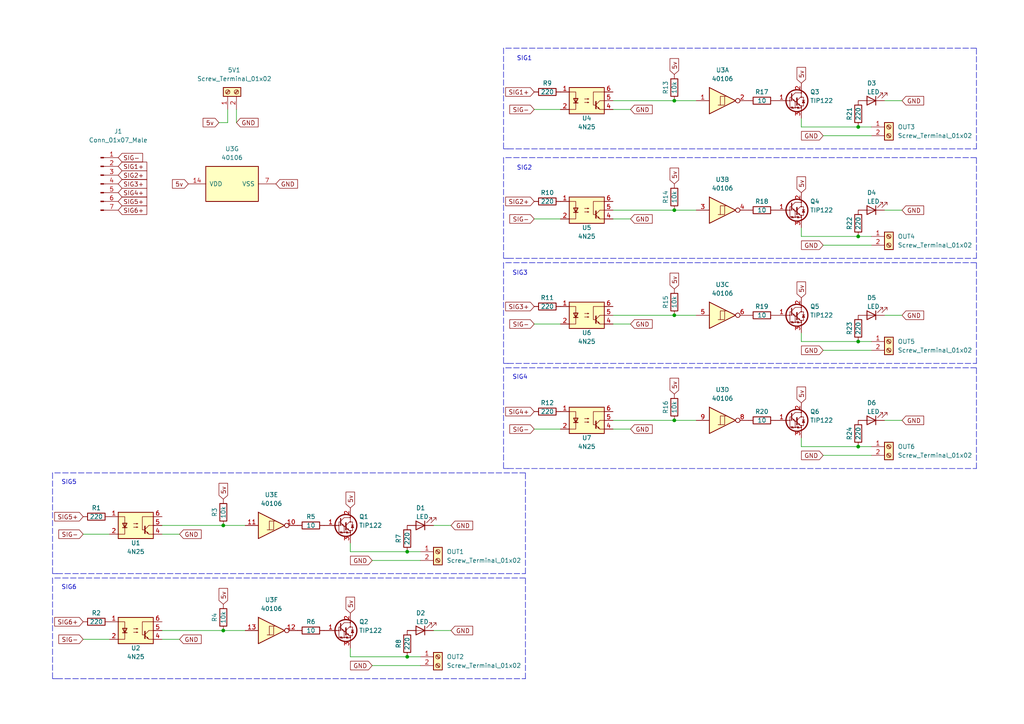
<source format=kicad_sch>
(kicad_sch (version 20211123) (generator eeschema)
  (paper "A4")
  (lib_symbols
    (symbol "4xxx:40106" (pin_names (offset 1.016))
      (property "Reference" "U" (at 0 1.27 0))
      (property "Value" "40106" (at 0 -1.27 0))
      (symbol "40106_1_0"
        (polyline (pts (xy -0.635 -1.27) (xy -0.635 1.27) (xy 0.635 1.27)))
        (polyline (pts (xy -3.81 3.81) (xy -3.81 -3.81) (xy 3.81 0) (xy -3.81 3.81)) (stroke (width 0.254)) (fill (type background)))
        (polyline (pts (xy -1.27 -1.27) (xy 0.635 -1.27) (xy 0.635 1.27) (xy 1.27 1.27)))
        (pin input line (at -7.62 0 0) (length 3.81) (name "~") (number "1"))
        (pin output inverted (at 7.62 0 180) (length 3.81) (name "~") (number "2"))
      )
      (symbol "40106_2_0"
        (polyline (pts (xy -0.635 -1.27) (xy -0.635 1.27) (xy 0.635 1.27)))
        (polyline (pts (xy -3.81 3.81) (xy -3.81 -3.81) (xy 3.81 0) (xy -3.81 3.81)) (stroke (width 0.254)) (fill (type background)))
        (polyline (pts (xy -1.27 -1.27) (xy 0.635 -1.27) (xy 0.635 1.27) (xy 1.27 1.27)))
        (pin input line (at -7.62 0 0) (length 3.81) (name "~") (number "3"))
        (pin output inverted (at 7.62 0 180) (length 3.81) (name "~") (number "4"))
      )
      (symbol "40106_3_0"
        (polyline (pts (xy -0.635 -1.27) (xy -0.635 1.27) (xy 0.635 1.27)))
        (polyline (pts (xy -3.81 3.81) (xy -3.81 -3.81) (xy 3.81 0) (xy -3.81 3.81)) (stroke (width 0.254)) (fill (type background)))
        (polyline (pts (xy -1.27 -1.27) (xy 0.635 -1.27) (xy 0.635 1.27) (xy 1.27 1.27)))
        (pin input line (at -7.62 0 0) (length 3.81) (name "~") (number "5"))
        (pin output inverted (at 7.62 0 180) (length 3.81) (name "~") (number "6"))
      )
      (symbol "40106_4_0"
        (polyline (pts (xy -0.635 -1.27) (xy -0.635 1.27) (xy 0.635 1.27)))
        (polyline (pts (xy -3.81 3.81) (xy -3.81 -3.81) (xy 3.81 0) (xy -3.81 3.81)) (stroke (width 0.254)) (fill (type background)))
        (polyline (pts (xy -1.27 -1.27) (xy 0.635 -1.27) (xy 0.635 1.27) (xy 1.27 1.27)))
        (pin output inverted (at 7.62 0 180) (length 3.81) (name "~") (number "8"))
        (pin input line (at -7.62 0 0) (length 3.81) (name "~") (number "9"))
      )
      (symbol "40106_5_0"
        (polyline (pts (xy -0.635 -1.27) (xy -0.635 1.27) (xy 0.635 1.27)))
        (polyline (pts (xy -3.81 3.81) (xy -3.81 -3.81) (xy 3.81 0) (xy -3.81 3.81)) (stroke (width 0.254)) (fill (type background)))
        (polyline (pts (xy -1.27 -1.27) (xy 0.635 -1.27) (xy 0.635 1.27) (xy 1.27 1.27)))
        (pin output inverted (at 7.62 0 180) (length 3.81) (name "~") (number "10"))
        (pin input line (at -7.62 0 0) (length 3.81) (name "~") (number "11"))
      )
      (symbol "40106_6_0"
        (polyline (pts (xy -0.635 -1.27) (xy -0.635 1.27) (xy 0.635 1.27)))
        (polyline (pts (xy -3.81 3.81) (xy -3.81 -3.81) (xy 3.81 0) (xy -3.81 3.81)) (stroke (width 0.254)) (fill (type background)))
        (polyline (pts (xy -1.27 -1.27) (xy 0.635 -1.27) (xy 0.635 1.27) (xy 1.27 1.27)))
        (pin output inverted (at 7.62 0 180) (length 3.81) (name "~") (number "12"))
        (pin input line (at -7.62 0 0) (length 3.81) (name "~") (number "13"))
      )
      (symbol "40106_7_0"
        (pin power_in line (at 0 12.7 270) (length 5.08) (name "VDD") (number "14"))
        (pin power_in line (at 0 -12.7 90) (length 5.08) (name "VSS") (number "7"))
      )
      (symbol "40106_7_1"
        (rectangle (start -5.08 7.62) (end 5.08 -7.62) (stroke (width 0.254)) (fill (type background)))
      )
    )
    (symbol "Connector:Conn_01x07_Male" (pin_names (offset 1.016) hide)
      (property "Reference" "J" (at 0 10.16 0))
      (property "Value" "Conn_01x07_Male" (at 0 -10.16 0))
      (symbol "Conn_01x07_Male_1_1"
        (polyline (pts (xy 1.27 -7.62) (xy 0.8636 -7.62)) (stroke (width 0.1524)))
        (polyline (pts (xy 1.27 -5.08) (xy 0.8636 -5.08)) (stroke (width 0.1524)))
        (polyline (pts (xy 1.27 -2.54) (xy 0.8636 -2.54)) (stroke (width 0.1524)))
        (polyline (pts (xy 1.27 0) (xy 0.8636 0)) (stroke (width 0.1524)))
        (polyline (pts (xy 1.27 2.54) (xy 0.8636 2.54)) (stroke (width 0.1524)))
        (polyline (pts (xy 1.27 5.08) (xy 0.8636 5.08)) (stroke (width 0.1524)))
        (polyline (pts (xy 1.27 7.62) (xy 0.8636 7.62)) (stroke (width 0.1524)))
        (rectangle (start 0.8636 -7.493) (end 0 -7.747) (stroke (width 0.1524)) (fill (type outline)))
        (rectangle (start 0.8636 -4.953) (end 0 -5.207) (stroke (width 0.1524)) (fill (type outline)))
        (rectangle (start 0.8636 -2.413) (end 0 -2.667) (stroke (width 0.1524)) (fill (type outline)))
        (rectangle (start 0.8636 0.127) (end 0 -0.127) (stroke (width 0.1524)) (fill (type outline)))
        (rectangle (start 0.8636 2.667) (end 0 2.413) (stroke (width 0.1524)) (fill (type outline)))
        (rectangle (start 0.8636 5.207) (end 0 4.953) (stroke (width 0.1524)) (fill (type outline)))
        (rectangle (start 0.8636 7.747) (end 0 7.493) (stroke (width 0.1524)) (fill (type outline)))
        (pin passive line (at 5.08 7.62 180) (length 3.81) (name "Pin_1") (number "1"))
        (pin passive line (at 5.08 5.08 180) (length 3.81) (name "Pin_2") (number "2"))
        (pin passive line (at 5.08 2.54 180) (length 3.81) (name "Pin_3") (number "3"))
        (pin passive line (at 5.08 0 180) (length 3.81) (name "Pin_4") (number "4"))
        (pin passive line (at 5.08 -2.54 180) (length 3.81) (name "Pin_5") (number "5"))
        (pin passive line (at 5.08 -5.08 180) (length 3.81) (name "Pin_6") (number "6"))
        (pin passive line (at 5.08 -7.62 180) (length 3.81) (name "Pin_7") (number "7"))
      )
    )
    (symbol "Connector:Screw_Terminal_01x02" (pin_names (offset 1.016) hide)
      (property "Reference" "J" (at 0 2.54 0))
      (property "Value" "Screw_Terminal_01x02" (at 0 -5.08 0))
      (symbol "Screw_Terminal_01x02_1_1"
        (rectangle (start -1.27 1.27) (end 1.27 -3.81) (stroke (width 0.254)) (fill (type background)))
        (circle (center 0 -2.54) (radius 0.635) (stroke (width 0.1524)))
        (polyline (pts (xy -0.5334 -2.2098) (xy 0.3302 -3.048)) (stroke (width 0.1524)))
        (polyline (pts (xy -0.5334 0.3302) (xy 0.3302 -0.508)) (stroke (width 0.1524)))
        (polyline (pts (xy -0.3556 -2.032) (xy 0.508 -2.8702)) (stroke (width 0.1524)))
        (polyline (pts (xy -0.3556 0.508) (xy 0.508 -0.3302)) (stroke (width 0.1524)))
        (circle (center 0 0) (radius 0.635) (stroke (width 0.1524)))
        (pin passive line (at -5.08 0 0) (length 3.81) (name "Pin_1") (number "1"))
        (pin passive line (at -5.08 -2.54 0) (length 3.81) (name "Pin_2") (number "2"))
      )
    )
    (symbol "Device:LED" (pin_numbers hide) (pin_names (offset 1.016) hide)
      (property "Reference" "D" (at 0 2.54 0))
      (property "Value" "LED" (at 0 -2.54 0))
      (symbol "LED_0_1"
        (polyline (pts (xy -1.27 -1.27) (xy -1.27 1.27)) (stroke (width 0.254)))
        (polyline (pts (xy -1.27 0) (xy 1.27 0)))
        (polyline (pts (xy 1.27 -1.27) (xy 1.27 1.27) (xy -1.27 0) (xy 1.27 -1.27)) (stroke (width 0.254)))
        (polyline (pts (xy -3.048 -0.762) (xy -4.572 -2.286) (xy -3.81 -2.286) (xy -4.572 -2.286) (xy -4.572 -1.524)))
        (polyline (pts (xy -1.778 -0.762) (xy -3.302 -2.286) (xy -2.54 -2.286) (xy -3.302 -2.286) (xy -3.302 -1.524)))
      )
      (symbol "LED_1_1"
        (pin passive line (at -3.81 0 0) (length 2.54) (name "K") (number "1"))
        (pin passive line (at 3.81 0 180) (length 2.54) (name "A") (number "2"))
      )
    )
    (symbol "Device:R" (pin_numbers hide) (pin_names (offset 0))
      (property "Reference" "R" (at 2.032 0 90))
      (property "Value" "R" (at 0 0 90))
      (symbol "R_0_1"
        (rectangle (start -1.016 -2.54) (end 1.016 2.54) (stroke (width 0.254)))
      )
      (symbol "R_1_1"
        (pin passive line (at 0 3.81 270) (length 1.27) (name "~") (number "1"))
        (pin passive line (at 0 -3.81 90) (length 1.27) (name "~") (number "2"))
      )
    )
    (symbol "Isolator:4N25" (pin_names (offset 1.016))
      (property "Reference" "U" (at -5.08 5.08 0))
      (property "Value" "4N25" (at 0 5.08 0))
      (symbol "4N25_0_1"
        (rectangle (start -5.08 3.81) (end 5.08 -3.81) (stroke (width 0.254)) (fill (type background)))
        (polyline (pts (xy -3.81 -0.635) (xy -2.54 -0.635)) (stroke (width 0.254)))
        (polyline (pts (xy 2.667 -1.397) (xy 3.81 -2.54)))
        (polyline (pts (xy 2.667 -1.143) (xy 3.81 0)))
        (polyline (pts (xy 3.81 -2.54) (xy 5.08 -2.54)))
        (polyline (pts (xy 3.81 0) (xy 5.08 0)))
        (polyline (pts (xy 2.667 -0.254) (xy 2.667 -2.286) (xy 2.667 -2.286)) (stroke (width 0.3556)))
        (polyline (pts (xy -5.08 -2.54) (xy -3.175 -2.54) (xy -3.175 2.54) (xy -5.08 2.54)))
        (polyline (pts (xy -3.175 -0.635) (xy -3.81 0.635) (xy -2.54 0.635) (xy -3.175 -0.635)) (stroke (width 0.254)))
        (polyline (pts (xy 3.683 -2.413) (xy 3.429 -1.905) (xy 3.175 -2.159) (xy 3.683 -2.413)))
        (polyline (pts (xy 5.08 2.54) (xy 1.905 2.54) (xy 1.905 -1.27) (xy 2.54 -1.27)))
        (polyline (pts (xy -0.635 -0.508) (xy 0.635 -0.508) (xy 0.254 -0.635) (xy 0.254 -0.381) (xy 0.635 -0.508)))
        (polyline (pts (xy -0.635 0.508) (xy 0.635 0.508) (xy 0.254 0.381) (xy 0.254 0.635) (xy 0.635 0.508)))
      )
      (symbol "4N25_1_1"
        (pin passive line (at -7.62 2.54 0) (length 2.54) (name "~") (number "1"))
        (pin passive line (at -7.62 -2.54 0) (length 2.54) (name "~") (number "2"))
        (pin no_connect line (at -5.08 0 0) (length 2.54) hide (name "NC") (number "3"))
        (pin passive line (at 7.62 -2.54 180) (length 2.54) (name "~") (number "4"))
        (pin passive line (at 7.62 0 180) (length 2.54) (name "~") (number "5"))
        (pin passive line (at 7.62 2.54 180) (length 2.54) (name "~") (number "6"))
      )
    )
    (symbol "Transistor_BJT:TIP122" (pin_names (offset 0) hide)
      (property "Reference" "Q" (at 5.08 1.905 0))
      (property "Value" "TIP122" (at 5.08 0 0))
      (symbol "TIP122_0_1"
        (circle (center -0.762 0) (radius 0.127))
        (polyline (pts (xy -1.27 0) (xy -0.889 0)))
        (polyline (pts (xy 2.54 -2.032) (xy 2.54 -2.54)))
        (polyline (pts (xy 2.54 -1.524) (xy 3.175 -1.524)))
        (polyline (pts (xy 2.794 0.127) (xy 3.556 0.127)))
        (polyline (pts (xy 3.175 -0.635) (xy 3.175 -1.524)))
        (polyline (pts (xy 3.175 1.016) (xy 2.54 1.016)))
        (polyline (pts (xy 3.175 1.016) (xy 3.175 0.127)))
        (polyline (pts (xy -0.254 0.762) (xy 0.762 -0.254) (xy 1.27 -0.254)))
        (polyline (pts (xy -0.254 1.016) (xy -0.762 1.016) (xy -0.762 -2.032)))
        (polyline (pts (xy -0.254 1.27) (xy 0.762 2.286) (xy 2.54 2.286)))
        (polyline (pts (xy -0.254 2.032) (xy -0.254 0) (xy -0.254 0)) (stroke (width 0.3048)))
        (polyline (pts (xy 1.27 0.762) (xy 1.27 -1.27) (xy 1.27 -1.27)) (stroke (width 0.381)))
        (polyline (pts (xy 0.635 -0.127) (xy 0.381 0.381) (xy 0.127 0.127) (xy 0.635 -0.127)))
        (polyline (pts (xy 1.27 -0.508) (xy 2.286 -1.524) (xy 2.54 -1.524) (xy 2.54 -2.032)))
        (polyline (pts (xy 1.27 0) (xy 2.286 1.016) (xy 2.54 1.016) (xy 2.54 2.286)))
        (polyline (pts (xy 2.159 -1.397) (xy 1.905 -0.889) (xy 1.651 -1.143) (xy 2.159 -1.397)))
        (polyline (pts (xy 3.175 0.127) (xy 2.794 -0.635) (xy 3.556 -0.635) (xy 3.175 0.127)) (fill (type outline)))
        (polyline (pts (xy 0.762 -2.032) (xy 0.381 -2.032) (xy 0.254 -2.286) (xy 0.127 -1.778) (xy 0 -2.286) (xy -0.127 -1.778) (xy -0.254 -2.286) (xy -0.381 -1.778) (xy -0.508 -2.032) (xy -0.762 -2.032)))
        (polyline (pts (xy 0.762 -0.254) (xy 0.762 -2.032) (xy 1.143 -2.032) (xy 1.27 -1.778) (xy 1.397 -2.286) (xy 1.524 -1.778) (xy 1.651 -2.286) (xy 1.778 -1.778) (xy 1.905 -2.286) (xy 2.032 -2.032) (xy 2.54 -2.032)))
        (circle (center 0.762 -2.032) (radius 0.127))
        (circle (center 0.762 -0.254) (radius 0.127))
        (circle (center 1.27 0) (radius 3.175) (stroke (width 0.3556)))
        (circle (center 2.54 -2.032) (radius 0.127))
        (circle (center 2.54 -1.524) (radius 0.127))
        (circle (center 2.54 1.016) (radius 0.127))
        (circle (center 2.54 2.286) (radius 0.127))
      )
      (symbol "TIP122_1_1"
        (pin input line (at -5.08 0 0) (length 3.81) (name "B") (number "1"))
        (pin passive line (at 2.54 5.08 270) (length 2.667) (name "C") (number "2"))
        (pin passive line (at 2.54 -5.08 90) (length 2.54) (name "E") (number "3"))
      )
    )
  )
  (junction (at 248.92 129.54))
  (junction (at 195.58 60.96))
  (junction (at 248.92 36.83))
  (junction (at 248.92 68.58))
  (junction (at 248.92 99.06))
  (junction (at 64.77 152.4))
  (junction (at 195.58 91.44))
  (junction (at 195.58 121.92))
  (junction (at 64.77 182.88))
  (junction (at 118.11 160.02))
  (junction (at 195.58 29.21))
  (junction (at 118.11 190.5))
  (wire (pts (xy 256.54 121.92) (xy 261.62 121.92)))
  (polyline (pts (xy 283.21 135.89) (xy 283.21 106.68)))
  (polyline (pts (xy 146.05 45.72) (xy 146.05 74.93)))
  (wire (pts (xy 248.92 99.06) (xy 232.41 99.06)))
  (wire (pts (xy 101.6 190.5) (xy 101.6 187.96)))
  (polyline (pts (xy 147.32 74.93) (xy 283.21 74.93)))
  (wire (pts (xy 125.73 182.88) (xy 130.81 182.88)))
  (wire (pts (xy 195.58 29.21) (xy 201.93 29.21)))
  (polyline (pts (xy 283.21 105.41) (xy 283.21 76.2)))
  (wire (pts (xy 154.94 93.98) (xy 162.56 93.98)))
  (wire (pts (xy 121.92 160.02) (xy 118.11 160.02)))
  (wire (pts (xy 64.77 182.88) (xy 71.12 182.88)))
  (wire (pts (xy 46.99 152.4) (xy 64.77 152.4)))
  (polyline (pts (xy 146.05 74.93) (xy 147.32 74.93)))
  (wire (pts (xy 252.73 129.54) (xy 248.92 129.54)))
  (polyline (pts (xy 283.21 45.72) (xy 146.05 45.72)))
  (wire (pts (xy 63.5 35.56) (xy 66.04 35.56)))
  (polyline (pts (xy 146.05 106.68) (xy 146.05 135.89)))
  (polyline (pts (xy 152.4 166.37) (xy 152.4 137.16)))
  (wire (pts (xy 177.8 93.98) (xy 182.88 93.98)))
  (wire (pts (xy 238.76 39.37) (xy 252.73 39.37)))
  (wire (pts (xy 177.8 91.44) (xy 195.58 91.44)))
  (wire (pts (xy 46.99 182.88) (xy 64.77 182.88)))
  (polyline (pts (xy 283.21 43.18) (xy 283.21 13.97)))
  (wire (pts (xy 107.95 193.04) (xy 121.92 193.04)))
  (polyline (pts (xy 15.24 137.16) (xy 15.24 166.37)))
  (wire (pts (xy 252.73 68.58) (xy 248.92 68.58)))
  (polyline (pts (xy 15.24 166.37) (xy 16.51 166.37)))
  (polyline (pts (xy 152.4 167.64) (xy 15.24 167.64)))
  (wire (pts (xy 238.76 71.12) (xy 252.73 71.12)))
  (wire (pts (xy 177.8 31.75) (xy 182.88 31.75)))
  (polyline (pts (xy 147.32 105.41) (xy 283.21 105.41)))
  (polyline (pts (xy 147.32 43.18) (xy 283.21 43.18)))
  (wire (pts (xy 101.6 160.02) (xy 101.6 157.48)))
  (polyline (pts (xy 283.21 76.2) (xy 146.05 76.2)))
  (wire (pts (xy 238.76 101.6) (xy 252.73 101.6)))
  (wire (pts (xy 195.58 91.44) (xy 201.93 91.44)))
  (wire (pts (xy 46.99 185.42) (xy 52.07 185.42)))
  (wire (pts (xy 248.92 68.58) (xy 232.41 68.58)))
  (wire (pts (xy 177.8 124.46) (xy 182.88 124.46)))
  (wire (pts (xy 177.8 63.5) (xy 182.88 63.5)))
  (wire (pts (xy 256.54 60.96) (xy 261.62 60.96)))
  (polyline (pts (xy 147.32 135.89) (xy 283.21 135.89)))
  (wire (pts (xy 24.13 185.42) (xy 31.75 185.42)))
  (wire (pts (xy 248.92 36.83) (xy 232.41 36.83)))
  (polyline (pts (xy 146.05 105.41) (xy 147.32 105.41)))
  (wire (pts (xy 232.41 68.58) (xy 232.41 66.04)))
  (wire (pts (xy 154.94 63.5) (xy 162.56 63.5)))
  (polyline (pts (xy 283.21 13.97) (xy 146.05 13.97)))
  (wire (pts (xy 66.04 31.75) (xy 66.04 35.56)))
  (polyline (pts (xy 283.21 106.68) (xy 146.05 106.68)))
  (polyline (pts (xy 146.05 43.18) (xy 147.32 43.18)))
  (wire (pts (xy 154.94 124.46) (xy 162.56 124.46)))
  (wire (pts (xy 256.54 29.21) (xy 261.62 29.21)))
  (wire (pts (xy 238.76 132.08) (xy 252.73 132.08)))
  (wire (pts (xy 177.8 29.21) (xy 195.58 29.21)))
  (polyline (pts (xy 283.21 74.93) (xy 283.21 45.72)))
  (wire (pts (xy 256.54 91.44) (xy 261.62 91.44)))
  (wire (pts (xy 107.95 162.56) (xy 121.92 162.56)))
  (polyline (pts (xy 146.05 135.89) (xy 147.32 135.89)))
  (polyline (pts (xy 152.4 196.85) (xy 152.4 167.64)))
  (wire (pts (xy 118.11 190.5) (xy 101.6 190.5)))
  (wire (pts (xy 118.11 160.02) (xy 101.6 160.02)))
  (wire (pts (xy 177.8 121.92) (xy 195.58 121.92)))
  (polyline (pts (xy 15.24 196.85) (xy 16.51 196.85)))
  (wire (pts (xy 24.13 154.94) (xy 31.75 154.94)))
  (polyline (pts (xy 16.51 166.37) (xy 152.4 166.37)))
  (wire (pts (xy 232.41 99.06) (xy 232.41 96.52)))
  (polyline (pts (xy 146.05 13.97) (xy 146.05 43.18)))
  (polyline (pts (xy 15.24 167.64) (xy 15.24 196.85)))
  (wire (pts (xy 252.73 99.06) (xy 248.92 99.06)))
  (wire (pts (xy 64.77 152.4) (xy 71.12 152.4)))
  (polyline (pts (xy 16.51 196.85) (xy 152.4 196.85)))
  (wire (pts (xy 232.41 36.83) (xy 232.41 34.29)))
  (wire (pts (xy 252.73 36.83) (xy 248.92 36.83)))
  (wire (pts (xy 195.58 121.92) (xy 201.93 121.92)))
  (wire (pts (xy 125.73 152.4) (xy 130.81 152.4)))
  (wire (pts (xy 121.92 190.5) (xy 118.11 190.5)))
  (polyline (pts (xy 152.4 137.16) (xy 15.24 137.16)))
  (wire (pts (xy 68.58 35.56) (xy 68.58 31.75)))
  (polyline (pts (xy 146.05 76.2) (xy 146.05 105.41)))
  (wire (pts (xy 248.92 129.54) (xy 232.41 129.54)))
  (wire (pts (xy 177.8 60.96) (xy 195.58 60.96)))
  (wire (pts (xy 232.41 129.54) (xy 232.41 127)))
  (wire (pts (xy 46.99 154.94) (xy 52.07 154.94)))
  (wire (pts (xy 154.94 31.75) (xy 162.56 31.75)))
  (wire (pts (xy 195.58 60.96) (xy 201.93 60.96)))
  (text "SIG2\n" (at 149.86 49.53 0) (effects (font (size 1.27 1.27)) (justify left bottom)))
  (text "SIG3\n" (at 148.59 80.01 0) (effects (font (size 1.27 1.27)) (justify left bottom)))
  (text "SIG1" (at 149.86 17.78 0) (effects (font (size 1.27 1.27)) (justify left bottom)))
  (text "SIG4\n\n\n" (at 148.59 114.3 0) (effects (font (size 1.27 1.27)) (justify left bottom)))
  (text "SIG6\n\n\n" (at 17.78 175.26 0) (effects (font (size 1.27 1.27)) (justify left bottom)))
  (text "SIG5\n\n\n" (at 17.78 144.78 0) (effects (font (size 1.27 1.27)) (justify left bottom)))
  (global_label "SIG-" (shape input) (at 154.94 93.98 180) (property "Intersheet References" "${INTERSHEET_REFS}" (effects hide)))
  (global_label "5v" (shape input) (at 195.58 114.3 90) (property "Intersheet References" "${INTERSHEET_REFS}" (effects hide)))
  (global_label "SIG4+" (shape input) (at 154.94 119.38 180) (property "Intersheet References" "${INTERSHEET_REFS}" (effects hide)))
  (global_label "GND" (shape input) (at 68.58 35.56 0) (property "Intersheet References" "${INTERSHEET_REFS}" (effects hide)))
  (global_label "SIG5+" (shape input) (at 24.13 149.86 180) (property "Intersheet References" "${INTERSHEET_REFS}" (effects hide)))
  (global_label "GND" (shape input) (at 238.76 71.12 180) (property "Intersheet References" "${INTERSHEET_REFS}" (effects hide)))
  (global_label "5v" (shape input) (at 195.58 53.34 90) (property "Intersheet References" "${INTERSHEET_REFS}" (effects hide)))
  (global_label "GND" (shape input) (at 130.81 182.88 0) (property "Intersheet References" "${INTERSHEET_REFS}" (effects hide)))
  (global_label "SIG-" (shape input) (at 34.29 45.72 0) (property "Intersheet References" "${INTERSHEET_REFS}" (effects hide)))
  (global_label "GND" (shape input) (at 182.88 31.75 0) (property "Intersheet References" "${INTERSHEET_REFS}" (effects hide)))
  (global_label "SIG-" (shape input) (at 154.94 31.75 180) (property "Intersheet References" "${INTERSHEET_REFS}" (effects hide)))
  (global_label "GND" (shape input) (at 80.01 53.34 0) (property "Intersheet References" "${INTERSHEET_REFS}" (effects hide)))
  (global_label "SIG3+" (shape input) (at 154.94 88.9 180) (property "Intersheet References" "${INTERSHEET_REFS}" (effects hide)))
  (global_label "5v" (shape input) (at 64.77 175.26 90) (property "Intersheet References" "${INTERSHEET_REFS}" (effects hide)))
  (global_label "SIG-" (shape input) (at 154.94 124.46 180) (property "Intersheet References" "${INTERSHEET_REFS}" (effects hide)))
  (global_label "GND" (shape input) (at 52.07 185.42 0) (property "Intersheet References" "${INTERSHEET_REFS}" (effects hide)))
  (global_label "GND" (shape input) (at 182.88 93.98 0) (property "Intersheet References" "${INTERSHEET_REFS}" (effects hide)))
  (global_label "5v" (shape input) (at 54.61 53.34 180) (property "Intersheet References" "${INTERSHEET_REFS}" (effects hide)))
  (global_label "SIG4+" (shape input) (at 34.29 55.88 0) (property "Intersheet References" "${INTERSHEET_REFS}" (effects hide)))
  (global_label "5v" (shape input) (at 232.41 55.88 90) (property "Intersheet References" "${INTERSHEET_REFS}" (effects hide)))
  (global_label "GND" (shape input) (at 261.62 91.44 0) (property "Intersheet References" "${INTERSHEET_REFS}" (effects hide)))
  (global_label "5v" (shape input) (at 64.77 144.78 90) (property "Intersheet References" "${INTERSHEET_REFS}" (effects hide)))
  (global_label "SIG1+" (shape input) (at 34.29 48.26 0) (property "Intersheet References" "${INTERSHEET_REFS}" (effects hide)))
  (global_label "5v" (shape input) (at 232.41 24.13 90) (property "Intersheet References" "${INTERSHEET_REFS}" (effects hide)))
  (global_label "5v" (shape input) (at 232.41 116.84 90) (property "Intersheet References" "${INTERSHEET_REFS}" (effects hide)))
  (global_label "SIG-" (shape input) (at 24.13 185.42 180) (property "Intersheet References" "${INTERSHEET_REFS}" (effects hide)))
  (global_label "5v" (shape input) (at 101.6 177.8 90) (property "Intersheet References" "${INTERSHEET_REFS}" (effects hide)))
  (global_label "5v" (shape input) (at 232.41 86.36 90) (property "Intersheet References" "${INTERSHEET_REFS}" (effects hide)))
  (global_label "GND" (shape input) (at 107.95 162.56 180) (property "Intersheet References" "${INTERSHEET_REFS}" (effects hide)))
  (global_label "GND" (shape input) (at 238.76 101.6 180) (property "Intersheet References" "${INTERSHEET_REFS}" (effects hide)))
  (global_label "SIG5+" (shape input) (at 34.29 58.42 0) (property "Intersheet References" "${INTERSHEET_REFS}" (effects hide)))
  (global_label "5v" (shape input) (at 101.6 147.32 90) (property "Intersheet References" "${INTERSHEET_REFS}" (effects hide)))
  (global_label "5v" (shape input) (at 195.58 21.59 90) (property "Intersheet References" "${INTERSHEET_REFS}" (effects hide)))
  (global_label "SIG2+" (shape input) (at 34.29 50.8 0) (property "Intersheet References" "${INTERSHEET_REFS}" (effects hide)))
  (global_label "SIG-" (shape input) (at 24.13 154.94 180) (property "Intersheet References" "${INTERSHEET_REFS}" (effects hide)))
  (global_label "GND" (shape input) (at 261.62 29.21 0) (property "Intersheet References" "${INTERSHEET_REFS}" (effects hide)))
  (global_label "GND" (shape input) (at 130.81 152.4 0) (property "Intersheet References" "${INTERSHEET_REFS}" (effects hide)))
  (global_label "SIG2+" (shape input) (at 154.94 58.42 180) (property "Intersheet References" "${INTERSHEET_REFS}" (effects hide)))
  (global_label "GND" (shape input) (at 182.88 124.46 0) (property "Intersheet References" "${INTERSHEET_REFS}" (effects hide)))
  (global_label "GND" (shape input) (at 52.07 154.94 0) (property "Intersheet References" "${INTERSHEET_REFS}" (effects hide)))
  (global_label "GND" (shape input) (at 107.95 193.04 180) (property "Intersheet References" "${INTERSHEET_REFS}" (effects hide)))
  (global_label "SIG-" (shape input) (at 154.94 63.5 180) (property "Intersheet References" "${INTERSHEET_REFS}" (effects hide)))
  (global_label "5v" (shape input) (at 195.58 83.82 90) (property "Intersheet References" "${INTERSHEET_REFS}" (effects hide)))
  (global_label "5v" (shape input) (at 63.5 35.56 180) (property "Intersheet References" "${INTERSHEET_REFS}" (effects hide)))
  (global_label "GND" (shape input) (at 238.76 132.08 180) (property "Intersheet References" "${INTERSHEET_REFS}" (effects hide)))
  (global_label "SIG1+" (shape input) (at 154.94 26.67 180) (property "Intersheet References" "${INTERSHEET_REFS}" (effects hide)))
  (global_label "SIG3+" (shape input) (at 34.29 53.34 0) (property "Intersheet References" "${INTERSHEET_REFS}" (effects hide)))
  (global_label "GND" (shape input) (at 261.62 121.92 0) (property "Intersheet References" "${INTERSHEET_REFS}" (effects hide)))
  (global_label "GND" (shape input) (at 261.62 60.96 0) (property "Intersheet References" "${INTERSHEET_REFS}" (effects hide)))
  (global_label "GND" (shape input) (at 182.88 63.5 0) (property "Intersheet References" "${INTERSHEET_REFS}" (effects hide)))
  (global_label "GND" (shape input) (at 238.76 39.37 180) (property "Intersheet References" "${INTERSHEET_REFS}" (effects hide)))
  (global_label "SIG6+" (shape input) (at 24.13 180.34 180) (property "Intersheet References" "${INTERSHEET_REFS}" (effects hide)))
  (global_label "SIG6+" (shape input) (at 34.29 60.96 0) (property "Intersheet References" "${INTERSHEET_REFS}" (effects hide)))
  (symbol (lib_id "Device:R") (at 220.98 60.96 90) (unit 1)
    (property "Reference" "R18" (at 220.98 58.42 90))
    (property "Value" "10" (at 220.98 60.96 90))
    (property "Footprint" "Resistor_THT:R_Axial_DIN0204_L3.6mm_D1.6mm_P2.54mm_Vertical" (effects hide))
  )
  (symbol (lib_id "Device:LED") (at 121.92 152.4 180) (unit 1)
    (property "Reference" "D1" (at 120.65 147.32 0) (effects (justify right)))
    (property "Value" "LED" (at 120.65 149.86 0) (effects (justify right)))
    (property "Footprint" "LED_THT:LED_D3.0mm_Clear" (effects hide))
  )
  (symbol (lib_id "Device:R") (at 195.58 87.63 180) (unit 1)
    (property "Reference" "R15" (at 193.04 87.63 90))
    (property "Value" "10k" (at 195.58 87.63 90))
    (property "Footprint" "Resistor_THT:R_Axial_DIN0204_L3.6mm_D1.6mm_P2.54mm_Vertical" (effects hide))
  )
  (symbol (lib_id "Isolator:4N25") (at 170.18 29.21 0) (unit 1)
    (property "Reference" "U4" (at 170.18 34.29 0))
    (property "Value" "4N25" (at 170.18 36.83 0))
    (property "Footprint" "Package_DIP:DIP-6_W7.62mm" (effects hide))
    (property "Datasheet" "https://www.vishay.com/docs/83725/4n25.pdf" (effects hide))
  )
  (symbol (lib_id "Connector:Screw_Terminal_01x02") (at 257.81 129.54 0) (unit 1)
    (property "Reference" "OUT6" (at 260.35 129.5399 0) (effects (justify left)))
    (property "Value" "Screw_Terminal_01x02" (at 260.35 132.0799 0) (effects (justify left)))
    (property "Footprint" "TerminalBlock:TerminalBlock_Altech_AK300-2_P5.00mm" (effects hide))
  )
  (symbol (lib_id "Connector:Conn_01x07_Male") (at 29.21 53.34 0) (unit 1)
    (property "Reference" "J1" (at 34.29 38.1 0))
    (property "Value" "Conn_01x07_Male" (at 34.29 40.64 0))
    (property "Footprint" "Connector_PinHeader_2.54mm:PinHeader_1x07_P2.54mm_Vertical" (effects hide))
  )
  (symbol (lib_id "Device:R") (at 64.77 148.59 180) (unit 1)
    (property "Reference" "R3" (at 62.23 148.59 90))
    (property "Value" "10k" (at 64.77 148.59 90))
    (property "Footprint" "Resistor_THT:R_Axial_DIN0204_L3.6mm_D1.6mm_P2.54mm_Vertical" (effects hide))
  )
  (symbol (lib_id "Device:R") (at 220.98 91.44 90) (unit 1)
    (property "Reference" "R19" (at 220.98 88.9 90))
    (property "Value" "10" (at 220.98 91.44 90))
    (property "Footprint" "Resistor_THT:R_Axial_DIN0204_L3.6mm_D1.6mm_P2.54mm_Vertical" (effects hide))
  )
  (symbol (lib_id "Device:R") (at 248.92 125.73 0) (unit 1)
    (property "Reference" "R24" (at 246.38 125.73 90))
    (property "Value" "220" (at 248.92 125.73 90))
    (property "Footprint" "Resistor_THT:R_Axial_DIN0204_L3.6mm_D1.6mm_P2.54mm_Vertical" (effects hide))
  )
  (symbol (lib_id "Device:R") (at 195.58 57.15 180) (unit 1)
    (property "Reference" "R14" (at 193.04 57.15 90))
    (property "Value" "10k" (at 195.58 57.15 90))
    (property "Footprint" "Resistor_THT:R_Axial_DIN0204_L3.6mm_D1.6mm_P2.54mm_Vertical" (effects hide))
  )
  (symbol (lib_id "Device:R") (at 158.75 58.42 90) (unit 1)
    (property "Reference" "R10" (at 158.75 55.88 90))
    (property "Value" "220" (at 158.75 58.42 90))
    (property "Footprint" "Resistor_THT:R_Axial_DIN0204_L3.6mm_D1.6mm_P2.54mm_Vertical" (effects hide))
  )
  (symbol (lib_id "Connector:Screw_Terminal_01x02") (at 127 190.5 0) (unit 1)
    (property "Reference" "OUT2" (at 129.54 190.4999 0) (effects (justify left)))
    (property "Value" "Screw_Terminal_01x02" (at 129.54 193.0399 0) (effects (justify left)))
    (property "Footprint" "TerminalBlock:TerminalBlock_Altech_AK300-2_P5.00mm" (effects hide))
  )
  (symbol (lib_id "Device:R") (at 118.11 186.69 0) (unit 1)
    (property "Reference" "R8" (at 115.57 186.69 90))
    (property "Value" "220" (at 118.11 186.69 90))
    (property "Footprint" "Resistor_THT:R_Axial_DIN0204_L3.6mm_D1.6mm_P2.54mm_Vertical" (effects hide))
  )
  (symbol (lib_id "Device:R") (at 195.58 25.4 180) (unit 1)
    (property "Reference" "R13" (at 193.04 25.4 90))
    (property "Value" "10k" (at 195.58 25.4 90))
    (property "Footprint" "Resistor_THT:R_Axial_DIN0204_L3.6mm_D1.6mm_P2.54mm_Vertical" (effects hide))
  )
  (symbol (lib_id "Device:R") (at 158.75 88.9 90) (unit 1)
    (property "Reference" "R11" (at 158.75 86.36 90))
    (property "Value" "220" (at 158.75 88.9 90))
    (property "Footprint" "Resistor_THT:R_Axial_DIN0204_L3.6mm_D1.6mm_P2.54mm_Vertical" (effects hide))
  )
  (symbol (lib_id "Device:R") (at 27.94 180.34 90) (unit 1)
    (property "Reference" "R2" (at 27.94 177.8 90))
    (property "Value" "220" (at 27.94 180.34 90))
    (property "Footprint" "Resistor_THT:R_Axial_DIN0204_L3.6mm_D1.6mm_P2.54mm_Vertical" (effects hide))
  )
  (symbol (lib_id "Isolator:4N25") (at 39.37 182.88 0) (unit 1)
    (property "Reference" "U2" (at 39.37 187.96 0))
    (property "Value" "4N25" (at 39.37 190.5 0))
    (property "Footprint" "Package_DIP:DIP-6_W7.62mm" (effects hide))
    (property "Datasheet" "https://www.vishay.com/docs/83725/4n25.pdf" (effects hide))
  )
  (symbol (lib_id "4xxx:40106") (at 209.55 60.96 0) (unit 2)
    (property "Reference" "U3" (at 209.55 52.07 0))
    (property "Value" "40106" (at 209.55 54.61 0))
    (property "Footprint" "Package_DIP:DIP-14_W7.62mm" (effects hide))
    (property "Datasheet" "https://assets.nexperia.com/documents/data-sheet/HEF40106B.pdf" (effects hide))
  )
  (symbol (lib_id "Device:R") (at 220.98 121.92 90) (unit 1)
    (property "Reference" "R20" (at 220.98 119.38 90))
    (property "Value" "10" (at 220.98 121.92 90))
    (property "Footprint" "Resistor_THT:R_Axial_DIN0204_L3.6mm_D1.6mm_P2.54mm_Vertical" (effects hide))
  )
  (symbol (lib_id "Isolator:4N25") (at 170.18 121.92 0) (unit 1)
    (property "Reference" "U7" (at 170.18 127 0))
    (property "Value" "4N25" (at 170.18 129.54 0))
    (property "Footprint" "Package_DIP:DIP-6_W7.62mm" (effects hide))
    (property "Datasheet" "https://www.vishay.com/docs/83725/4n25.pdf" (effects hide))
  )
  (symbol (lib_id "Isolator:4N25") (at 170.18 60.96 0) (unit 1)
    (property "Reference" "U5" (at 170.18 66.04 0))
    (property "Value" "4N25" (at 170.18 68.58 0))
    (property "Footprint" "Package_DIP:DIP-6_W7.62mm" (effects hide))
    (property "Datasheet" "https://www.vishay.com/docs/83725/4n25.pdf" (effects hide))
  )
  (symbol (lib_id "Device:R") (at 118.11 156.21 0) (unit 1)
    (property "Reference" "R7" (at 115.57 156.21 90))
    (property "Value" "220" (at 118.11 156.21 90))
    (property "Footprint" "Resistor_THT:R_Axial_DIN0204_L3.6mm_D1.6mm_P2.54mm_Vertical" (effects hide))
  )
  (symbol (lib_id "Device:R") (at 27.94 149.86 90) (unit 1)
    (property "Reference" "R1" (at 27.94 147.32 90))
    (property "Value" "220" (at 27.94 149.86 90))
    (property "Footprint" "Resistor_THT:R_Axial_DIN0204_L3.6mm_D1.6mm_P2.54mm_Vertical" (effects hide))
  )
  (symbol (lib_id "4xxx:40106") (at 209.55 121.92 0) (unit 4)
    (property "Reference" "U3" (at 209.55 113.03 0))
    (property "Value" "40106" (at 209.55 115.57 0))
    (property "Footprint" "Package_DIP:DIP-14_W7.62mm" (effects hide))
    (property "Datasheet" "https://assets.nexperia.com/documents/data-sheet/HEF40106B.pdf" (effects hide))
  )
  (symbol (lib_id "Connector:Screw_Terminal_01x02") (at 66.04 26.67 90) (unit 1)
    (property "Reference" "5V1" (at 66.04 20.32 90) (effects (justify right)))
    (property "Value" "Screw_Terminal_01x02" (at 57.15 22.86 90) (effects (justify right)))
    (property "Footprint" "TerminalBlock:TerminalBlock_Altech_AK300-2_P5.00mm" (effects hide))
  )
  (symbol (lib_id "Isolator:4N25") (at 39.37 152.4 0) (unit 1)
    (property "Reference" "U1" (at 39.37 157.48 0))
    (property "Value" "4N25" (at 39.37 160.02 0))
    (property "Footprint" "Package_DIP:DIP-6_W7.62mm" (effects hide))
    (property "Datasheet" "https://www.vishay.com/docs/83725/4n25.pdf" (effects hide))
  )
  (symbol (lib_id "Transistor_BJT:TIP122") (at 229.87 91.44 0) (unit 1)
    (property "Reference" "Q5" (at 234.95 88.9 0) (effects (justify left)))
    (property "Value" "TIP122" (at 234.95 91.44 0) (effects (justify left)))
    (property "Footprint" "Package_TO_SOT_THT:TO-220-3_Vertical" (effects hide))
    (property "Datasheet" "https://www.onsemi.com/pub/Collateral/TIP120-D.PDF" (effects hide))
  )
  (symbol (lib_id "4xxx:40106") (at 209.55 91.44 0) (unit 3)
    (property "Reference" "U3" (at 209.55 82.55 0))
    (property "Value" "40106" (at 209.55 85.09 0))
    (property "Footprint" "Package_DIP:DIP-14_W7.62mm" (effects hide))
    (property "Datasheet" "https://assets.nexperia.com/documents/data-sheet/HEF40106B.pdf" (effects hide))
  )
  (symbol (lib_id "Device:R") (at 220.98 29.21 90) (unit 1)
    (property "Reference" "R17" (at 220.98 26.67 90))
    (property "Value" "10" (at 220.98 29.21 90))
    (property "Footprint" "Resistor_THT:R_Axial_DIN0204_L3.6mm_D1.6mm_P2.54mm_Vertical" (effects hide))
  )
  (symbol (lib_id "Device:R") (at 158.75 119.38 90) (unit 1)
    (property "Reference" "R12" (at 158.75 116.84 90))
    (property "Value" "220" (at 158.75 119.38 90))
    (property "Footprint" "Resistor_THT:R_Axial_DIN0204_L3.6mm_D1.6mm_P2.54mm_Vertical" (effects hide))
  )
  (symbol (lib_id "Connector:Screw_Terminal_01x02") (at 257.81 68.58 0) (unit 1)
    (property "Reference" "OUT4" (at 260.35 68.5799 0) (effects (justify left)))
    (property "Value" "Screw_Terminal_01x02" (at 260.35 71.1199 0) (effects (justify left)))
    (property "Footprint" "TerminalBlock:TerminalBlock_Altech_AK300-2_P5.00mm" (effects hide))
  )
  (symbol (lib_id "Device:R") (at 90.17 152.4 90) (unit 1)
    (property "Reference" "R5" (at 90.17 149.86 90))
    (property "Value" "10" (at 90.17 152.4 90))
    (property "Footprint" "Resistor_THT:R_Axial_DIN0204_L3.6mm_D1.6mm_P2.54mm_Vertical" (effects hide))
  )
  (symbol (lib_id "Isolator:4N25") (at 170.18 91.44 0) (unit 1)
    (property "Reference" "U6" (at 170.18 96.52 0))
    (property "Value" "4N25" (at 170.18 99.06 0))
    (property "Footprint" "Package_DIP:DIP-6_W7.62mm" (effects hide))
    (property "Datasheet" "https://www.vishay.com/docs/83725/4n25.pdf" (effects hide))
  )
  (symbol (lib_id "Transistor_BJT:TIP122") (at 99.06 152.4 0) (unit 1)
    (property "Reference" "Q1" (at 104.14 149.86 0) (effects (justify left)))
    (property "Value" "TIP122" (at 104.14 152.4 0) (effects (justify left)))
    (property "Footprint" "Package_TO_SOT_THT:TO-220-3_Vertical" (effects hide))
    (property "Datasheet" "https://www.onsemi.com/pub/Collateral/TIP120-D.PDF" (effects hide))
  )
  (symbol (lib_id "Device:R") (at 248.92 64.77 0) (unit 1)
    (property "Reference" "R22" (at 246.38 64.77 90))
    (property "Value" "220" (at 248.92 64.77 90))
    (property "Footprint" "Resistor_THT:R_Axial_DIN0204_L3.6mm_D1.6mm_P2.54mm_Vertical" (effects hide))
  )
  (symbol (lib_id "Transistor_BJT:TIP122") (at 229.87 60.96 0) (unit 1)
    (property "Reference" "Q4" (at 234.95 58.42 0) (effects (justify left)))
    (property "Value" "TIP122" (at 234.95 60.96 0) (effects (justify left)))
    (property "Footprint" "Package_TO_SOT_THT:TO-220-3_Vertical" (effects hide))
    (property "Datasheet" "https://www.onsemi.com/pub/Collateral/TIP120-D.PDF" (effects hide))
  )
  (symbol (lib_id "4xxx:40106") (at 209.55 29.21 0) (unit 1)
    (property "Reference" "U3" (at 209.55 20.32 0))
    (property "Value" "40106" (at 209.55 22.86 0))
    (property "Footprint" "Package_DIP:DIP-14_W7.62mm" (effects hide))
    (property "Datasheet" "https://assets.nexperia.com/documents/data-sheet/HEF40106B.pdf" (effects hide))
  )
  (symbol (lib_id "Device:LED") (at 121.92 182.88 180) (unit 1)
    (property "Reference" "D2" (at 120.65 177.8 0) (effects (justify right)))
    (property "Value" "LED" (at 120.65 180.34 0) (effects (justify right)))
    (property "Footprint" "LED_THT:LED_D3.0mm_Clear" (effects hide))
  )
  (symbol (lib_id "Transistor_BJT:TIP122") (at 229.87 29.21 0) (unit 1)
    (property "Reference" "Q3" (at 234.95 26.67 0) (effects (justify left)))
    (property "Value" "TIP122" (at 234.95 29.21 0) (effects (justify left)))
    (property "Footprint" "Package_TO_SOT_THT:TO-220-3_Vertical" (effects hide))
    (property "Datasheet" "https://www.onsemi.com/pub/Collateral/TIP120-D.PDF" (effects hide))
  )
  (symbol (lib_id "Device:LED") (at 252.73 91.44 180) (unit 1)
    (property "Reference" "D5" (at 251.46 86.36 0) (effects (justify right)))
    (property "Value" "LED" (at 251.46 88.9 0) (effects (justify right)))
    (property "Footprint" "LED_THT:LED_D3.0mm_Clear" (effects hide))
  )
  (symbol (lib_id "Device:R") (at 158.75 26.67 90) (unit 1)
    (property "Reference" "R9" (at 158.75 24.13 90))
    (property "Value" "220" (at 158.75 26.67 90))
    (property "Footprint" "Resistor_THT:R_Axial_DIN0204_L3.6mm_D1.6mm_P2.54mm_Vertical" (effects hide))
  )
  (symbol (lib_id "Transistor_BJT:TIP122") (at 229.87 121.92 0) (unit 1)
    (property "Reference" "Q6" (at 234.95 119.38 0) (effects (justify left)))
    (property "Value" "TIP122" (at 234.95 121.92 0) (effects (justify left)))
    (property "Footprint" "Package_TO_SOT_THT:TO-220-3_Vertical" (effects hide))
    (property "Datasheet" "https://www.onsemi.com/pub/Collateral/TIP120-D.PDF" (effects hide))
  )
  (symbol (lib_id "4xxx:40106") (at 78.74 152.4 0) (unit 5)
    (property "Reference" "U3" (at 78.74 143.51 0))
    (property "Value" "40106" (at 78.74 146.05 0))
    (property "Footprint" "Package_DIP:DIP-14_W7.62mm" (effects hide))
    (property "Datasheet" "https://assets.nexperia.com/documents/data-sheet/HEF40106B.pdf" (effects hide))
  )
  (symbol (lib_id "Device:R") (at 195.58 118.11 180) (unit 1)
    (property "Reference" "R16" (at 193.04 118.11 90))
    (property "Value" "10k" (at 195.58 118.11 90))
    (property "Footprint" "Resistor_THT:R_Axial_DIN0204_L3.6mm_D1.6mm_P2.54mm_Vertical" (effects hide))
  )
  (symbol (lib_id "Device:LED") (at 252.73 60.96 180) (unit 1)
    (property "Reference" "D4" (at 251.46 55.88 0) (effects (justify right)))
    (property "Value" "LED" (at 251.46 58.42 0) (effects (justify right)))
    (property "Footprint" "LED_THT:LED_D3.0mm_Clear" (effects hide))
  )
  (symbol (lib_id "Connector:Screw_Terminal_01x02") (at 127 160.02 0) (unit 1)
    (property "Reference" "OUT1" (at 129.54 160.0199 0) (effects (justify left)))
    (property "Value" "Screw_Terminal_01x02" (at 129.54 162.5599 0) (effects (justify left)))
    (property "Footprint" "TerminalBlock:TerminalBlock_Altech_AK300-2_P5.00mm" (effects hide))
  )
  (symbol (lib_id "4xxx:40106") (at 78.74 182.88 0) (unit 6)
    (property "Reference" "U3" (at 78.74 173.99 0))
    (property "Value" "40106" (at 78.74 176.53 0))
    (property "Footprint" "Package_DIP:DIP-14_W7.62mm" (effects hide))
    (property "Datasheet" "https://assets.nexperia.com/documents/data-sheet/HEF40106B.pdf" (effects hide))
  )
  (symbol (lib_id "Device:LED") (at 252.73 29.21 180) (unit 1)
    (property "Reference" "D3" (at 251.46 24.13 0) (effects (justify right)))
    (property "Value" "LED" (at 251.46 26.67 0) (effects (justify right)))
    (property "Footprint" "LED_THT:LED_D3.0mm_Clear" (effects hide))
  )
  (symbol (lib_id "Connector:Screw_Terminal_01x02") (at 257.81 36.83 0) (unit 1)
    (property "Reference" "OUT3" (at 260.35 36.8299 0) (effects (justify left)))
    (property "Value" "Screw_Terminal_01x02" (at 260.35 39.3699 0) (effects (justify left)))
    (property "Footprint" "TerminalBlock:TerminalBlock_Altech_AK300-2_P5.00mm" (effects hide))
  )
  (symbol (lib_id "Connector:Screw_Terminal_01x02") (at 257.81 99.06 0) (unit 1)
    (property "Reference" "OUT5" (at 260.35 99.0599 0) (effects (justify left)))
    (property "Value" "Screw_Terminal_01x02" (at 260.35 101.5999 0) (effects (justify left)))
    (property "Footprint" "TerminalBlock:TerminalBlock_Altech_AK300-2_P5.00mm" (effects hide))
  )
  (symbol (lib_id "Transistor_BJT:TIP122") (at 99.06 182.88 0) (unit 1)
    (property "Reference" "Q2" (at 104.14 180.34 0) (effects (justify left)))
    (property "Value" "TIP122" (at 104.14 182.88 0) (effects (justify left)))
    (property "Footprint" "Package_TO_SOT_THT:TO-220-3_Vertical" (effects hide))
    (property "Datasheet" "https://www.onsemi.com/pub/Collateral/TIP120-D.PDF" (effects hide))
  )
  (symbol (lib_id "Device:R") (at 248.92 95.25 0) (unit 1)
    (property "Reference" "R23" (at 246.38 95.25 90))
    (property "Value" "220" (at 248.92 95.25 90))
    (property "Footprint" "Resistor_THT:R_Axial_DIN0204_L3.6mm_D1.6mm_P2.54mm_Vertical" (effects hide))
  )
  (symbol (lib_id "Device:LED") (at 252.73 121.92 180) (unit 1)
    (property "Reference" "D6" (at 251.46 116.84 0) (effects (justify right)))
    (property "Value" "LED" (at 251.46 119.38 0) (effects (justify right)))
    (property "Footprint" "LED_THT:LED_D3.0mm_Clear" (effects hide))
  )
  (symbol (lib_id "Device:R") (at 248.92 33.02 0) (unit 1)
    (property "Reference" "R21" (at 246.38 33.02 90))
    (property "Value" "220" (at 248.92 33.02 90))
    (property "Footprint" "Resistor_THT:R_Axial_DIN0204_L3.6mm_D1.6mm_P2.54mm_Vertical" (effects hide))
  )
  (symbol (lib_id "Device:R") (at 90.17 182.88 90) (unit 1)
    (property "Reference" "R6" (at 90.17 180.34 90))
    (property "Value" "10" (at 90.17 182.88 90))
    (property "Footprint" "Resistor_THT:R_Axial_DIN0204_L3.6mm_D1.6mm_P2.54mm_Vertical" (effects hide))
  )
  (symbol (lib_id "Device:R") (at 64.77 179.07 180) (unit 1)
    (property "Reference" "R4" (at 62.23 179.07 90))
    (property "Value" "10k" (at 64.77 179.07 90))
    (property "Footprint" "Resistor_THT:R_Axial_DIN0204_L3.6mm_D1.6mm_P2.54mm_Vertical" (effects hide))
  )
  (symbol (lib_id "4xxx:40106") (at 67.31 53.34 90) (unit 7)
    (property "Reference" "U3" (at 67.31 43.18 90))
    (property "Value" "40106" (at 67.31 45.72 90))
    (property "Footprint" "Package_DIP:DIP-14_W7.62mm" (effects hide))
    (property "Datasheet" "https://assets.nexperia.com/documents/data-sheet/HEF40106B.pdf" (effects hide))
  )
)
</source>
